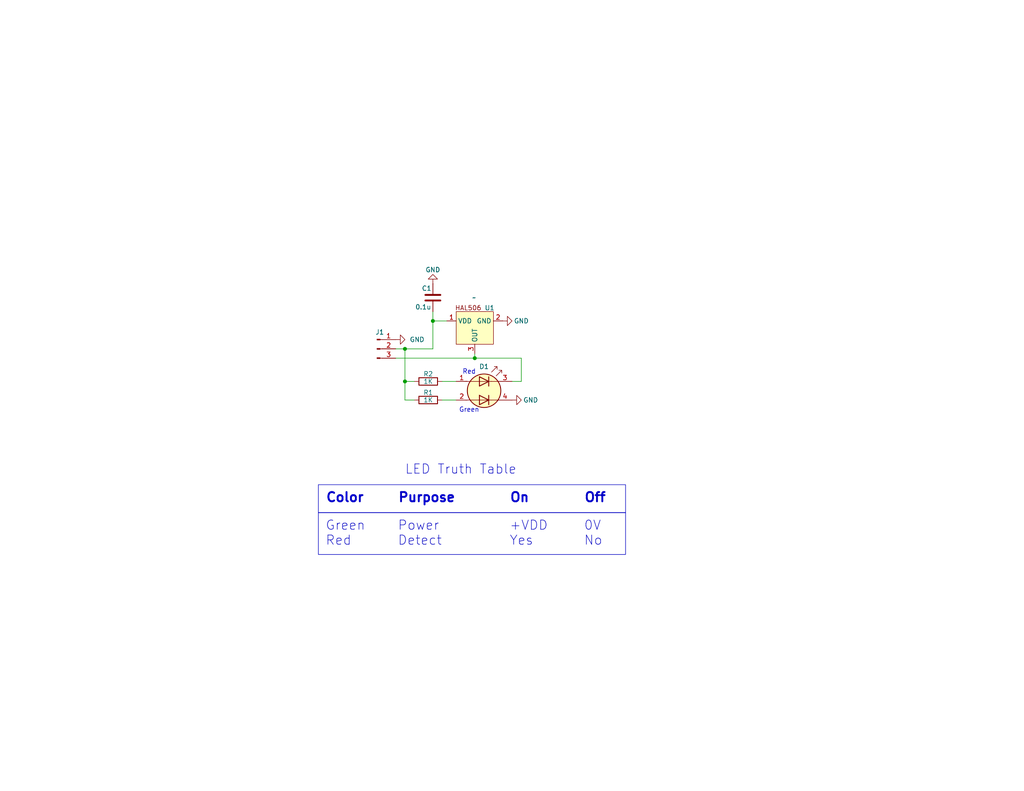
<source format=kicad_sch>
(kicad_sch (version 20231120) (generator "eeschema") (generator_version "8.0")
  (paper "USLetter")
  (title_block (title "smartMAC - Hallsensor (62090177-A)") (date "2024-06-19") (rev "1") (company "Samtronix"))
  (lib_symbols
    (symbol "Connector:Conn_01x03_Pin" (pin_names (offset 1.016) hide)
      (property "Reference" "J" (at 0 5.08 0))
      (property "Value" "Conn_01x03_Pin" (at 0 -5.08 0))
      (symbol "Conn_01x03_Pin_1_1"
        (polyline (pts (xy 1.27 -2.54) (xy 0.8636 -2.54)) (stroke (width 0.1524)))
        (polyline (pts (xy 1.27 0) (xy 0.8636 0)) (stroke (width 0.1524)))
        (polyline (pts (xy 1.27 2.54) (xy 0.8636 2.54)) (stroke (width 0.1524)))
        (rectangle (start 0.8636 -2.413) (end 0 -2.667) (stroke (width 0.1524)) (fill (type outline)))
        (rectangle (start 0.8636 0.127) (end 0 -0.127) (stroke (width 0.1524)) (fill (type outline)))
        (rectangle (start 0.8636 2.667) (end 0 2.413) (stroke (width 0.1524)) (fill (type outline)))
        (pin passive line (at 5.08 2.54 180) (length 3.81) (name "Pin_1") (number "1"))
        (pin passive line (at 5.08 0 180) (length 3.81) (name "Pin_2") (number "2"))
        (pin passive line (at 5.08 -2.54 180) (length 3.81) (name "Pin_3") (number "3"))
      )
    )
    (symbol "Device:C" (pin_numbers hide) (pin_names (offset 0.254))
      (property "Reference" "C" (at 0.635 2.54 0))
      (property "Value" "C" (at 0.635 -2.54 0))
      (symbol "C_0_1"
        (polyline (pts (xy -2.032 -0.762) (xy 2.032 -0.762)) (stroke (width 0.508)))
        (polyline (pts (xy -2.032 0.762) (xy 2.032 0.762)) (stroke (width 0.508)))
      )
      (symbol "C_1_1"
        (pin passive line (at 0 3.81 270) (length 2.794) (name "~") (number "1"))
        (pin passive line (at 0 -3.81 90) (length 2.794) (name "~") (number "2"))
      )
    )
    (symbol "Device:LED_Dual_AAKK" (pin_names (offset 0) hide)
      (property "Reference" "D" (at 0 5.715 0))
      (property "Value" "LED_Dual_AAKK" (at 0 -6.35 0))
      (symbol "LED_Dual_AAKK_0_1"
        (polyline (pts (xy -5.08 -2.54) (xy 2.032 -2.54)))
        (polyline (pts (xy -5.08 2.54) (xy 2.032 2.54)))
        (polyline (pts (xy 1.27 -1.27) (xy 1.27 -3.81)) (stroke (width 0.254)))
        (polyline (pts (xy 1.27 3.81) (xy 1.27 1.27)) (stroke (width 0.254)))
        (polyline (pts (xy 3.81 -2.54) (xy 1.905 -2.54)))
        (polyline (pts (xy 3.81 2.54) (xy 1.905 2.54)))
        (polyline (pts (xy -1.27 -1.27) (xy -1.27 -3.81) (xy 1.27 -2.54) (xy -1.27 -1.27)) (stroke (width 0.254)))
        (polyline (pts (xy -1.27 3.81) (xy -1.27 1.27) (xy 1.27 2.54) (xy -1.27 3.81)) (stroke (width 0.254)))
        (polyline (pts (xy 2.032 5.08) (xy 3.556 6.604) (xy 2.794 6.604) (xy 3.556 6.604) (xy 3.556 5.842)))
        (polyline (pts (xy 3.302 4.064) (xy 4.826 5.588) (xy 4.064 5.588) (xy 4.826 5.588) (xy 4.826 4.826)))
        (circle (center 0 0) (radius 4.572) (stroke (width 0.254)) (fill (type background)))
      )
      (symbol "LED_Dual_AAKK_1_1"
        (pin input line (at -7.62 2.54 0) (length 3.048) (name "A1") (number "1"))
        (pin input line (at -7.62 -2.54 0) (length 3.048) (name "A2") (number "2"))
        (pin input line (at 7.62 2.54 180) (length 3.81) (name "K1") (number "3"))
        (pin input line (at 7.62 -2.54 180) (length 3.81) (name "K2") (number "4"))
      )
    )
    (symbol "Device:R" (pin_numbers hide) (pin_names (offset 0))
      (property "Reference" "R" (at 2.032 0 90))
      (property "Value" "R" (at 0 0 90))
      (symbol "R_0_1"
        (rectangle (start -1.016 -2.54) (end 1.016 2.54) (stroke (width 0.254)))
      )
      (symbol "R_1_1"
        (pin passive line (at 0 3.81 270) (length 1.27) (name "~") (number "1"))
        (pin passive line (at 0 -3.81 90) (length 1.27) (name "~") (number "2"))
      )
    )
    (symbol "power:GND" (power) (pin_numbers hide) (pin_names (offset 0) hide)
      (property "Value" "GND" (at 0 -3.81 0))
      (symbol "GND_0_1"
        (polyline (pts (xy 0 0) (xy 0 -1.27) (xy 1.27 -1.27) (xy 0 -2.54) (xy -1.27 -1.27) (xy 0 -1.27)))
      )
      (symbol "GND_1_1"
        (pin power_in line (at 0 0 270) (length 0) (name "~") (number "1"))
      )
    )
    (symbol "samtronix:HAL506"
      (property "Reference" "U" (at 4.064 3.556 0))
      (symbol "HAL506_1_1"
        (rectangle (start -5.08 2.54) (end 5.08 -6.35) (fill (type background)))
        (text "HAL506" (at -1.778 3.556 0) (effects (font (size 1.27 1.27))))
        (pin input line (at -7.62 0 0) (length 2.54) (name "VDD") (number "1"))
        (pin bidirectional line (at 7.62 0 180) (length 2.54) (name "GND") (number "2"))
        (pin output line (at 0 -8.89 90) (length 2.54) (name "OUT") (number "3"))
      )
    )
  )
  (junction (at 110.49 104.14))
  (junction (at 118.11 87.63))
  (junction (at 110.49 95.25))
  (junction (at 129.54 97.79))
  (wire (pts (xy 110.49 104.14) (xy 110.49 109.22)))
  (wire (pts (xy 139.7 104.14) (xy 142.24 104.14)))
  (wire (pts (xy 110.49 104.14) (xy 113.03 104.14)))
  (wire (pts (xy 113.03 109.22) (xy 110.49 109.22)))
  (wire (pts (xy 118.11 87.63) (xy 121.92 87.63)))
  (wire (pts (xy 118.11 85.09) (xy 118.11 87.63)))
  (wire (pts (xy 110.49 95.25) (xy 118.11 95.25)))
  (wire (pts (xy 120.65 104.14) (xy 124.46 104.14)))
  (wire (pts (xy 129.54 96.52) (xy 129.54 97.79)))
  (wire (pts (xy 142.24 104.14) (xy 142.24 97.79)))
  (wire (pts (xy 142.24 97.79) (xy 129.54 97.79)))
  (wire (pts (xy 107.95 97.79) (xy 129.54 97.79)))
  (wire (pts (xy 120.65 109.22) (xy 124.46 109.22)))
  (wire (pts (xy 107.95 95.25) (xy 110.49 95.25)))
  (wire (pts (xy 118.11 95.25) (xy 118.11 87.63)))
  (wire (pts (xy 110.49 95.25) (xy 110.49 104.14)))
  (text_box "Color	Purpose		On		Off" (at 86.868 132.334 0) (size 83.82 7.62) (fill (type color)) (effects (font (size 2.54 2.54) (thickness 0.508) (bold yes)) (justify left top)))
  (text_box "Green	Power		+VDD	0V	\nRed		Detect		Yes		No" (at 86.868 139.954 0) (size 83.82 11.43) (fill (type color)) (effects (font (size 2.54 2.54)) (justify left top)))
  (text "Red" (at 128.016 101.6 0) (effects (font (size 1.27 1.27))))
  (text "Green" (at 128.016 112.014 0) (effects (font (size 1.27 1.27))))
  (text "LED Truth Table" (at 125.73 128.27 0) (effects (font (size 2.54 2.54))))
  (symbol (lib_id "power:GND") (at 118.11 77.47 180) (unit 1)
    (property "Reference" "#PWR04" (effects (hide yes)))
    (property "Value" "GND" (at 118.11 73.66 0))
    (property "Description" "Power symbol creates a global label with name \"GND\" , ground" (effects (hide yes)))
  )
  (symbol (lib_id "Device:C") (at 118.11 81.28 0) (unit 1)
    (property "Reference" "C1" (at 115.062 78.74 0) (effects (justify left)))
    (property "Value" "0.1u" (at 113.284 83.82 0) (effects (justify left)))
    (property "Description" "Unpolarized capacitor" (effects (hide yes)))
  )
  (symbol (lib_id "Device:LED_Dual_AAKK") (at 132.08 106.68 0) (unit 1)
    (property "Reference" "D1" (at 132.08 100.076 0))
    (property "Value" "LED_Dual_AAKK" (effects (hide yes)))
    (property "Description" "Dual LED, cathodes on pins 3 and 4" (effects (hide yes)))
  )
  (symbol (lib_id "Device:R") (at 116.84 109.22 90) (unit 1)
    (property "Reference" "R1" (at 116.84 107.188 90))
    (property "Value" "1K" (at 116.84 109.22 90))
    (property "Description" "Resistor" (effects (hide yes)))
  )
  (symbol (lib_id "samtronix:HAL506") (at 129.54 87.63 0) (unit 1)
    (property "Reference" "U1" (at 133.604 84.074 0))
    (property "Value" "~" (at 129.3665 81.28 0))
  )
  (symbol (lib_id "power:GND") (at 139.7 109.22 90) (unit 1)
    (property "Reference" "#PWR02" (effects (hide yes)))
    (property "Value" "GND" (at 142.748 109.22 90) (effects (justify right)))
    (property "Description" "Power symbol creates a global label with name \"GND\" , ground" (effects (hide yes)))
  )
  (symbol (lib_id "Connector:Conn_01x03_Pin") (at 102.87 95.25 0) (unit 1)
    (property "Reference" "J1" (at 103.632 90.678 0))
    (property "Value" "Conn_01x03_Pin" (effects (hide yes)))
    (property "Description" "Generic connector, single row, 01x03, script generated" (effects (hide yes)))
  )
  (symbol (lib_id "power:GND") (at 107.95 92.71 90) (unit 1)
    (property "Reference" "#PWR03" (effects (hide yes)))
    (property "Value" "GND" (at 111.76 92.7099 90) (effects (justify right)))
    (property "Description" "Power symbol creates a global label with name \"GND\" , ground" (effects (hide yes)))
  )
  (symbol (lib_id "power:GND") (at 137.16 87.63 90) (unit 1)
    (property "Reference" "#PWR01" (effects (hide yes)))
    (property "Value" "GND" (at 140.208 87.63 90) (effects (justify right)))
    (property "Description" "Power symbol creates a global label with name \"GND\" , ground" (effects (hide yes)))
  )
  (symbol (lib_id "Device:R") (at 116.84 104.14 90) (unit 1)
    (property "Reference" "R2" (at 116.84 102.108 90))
    (property "Value" "1K" (at 116.84 104.14 90))
    (property "Description" "Resistor" (effects (hide yes)))
  )
)
</source>
